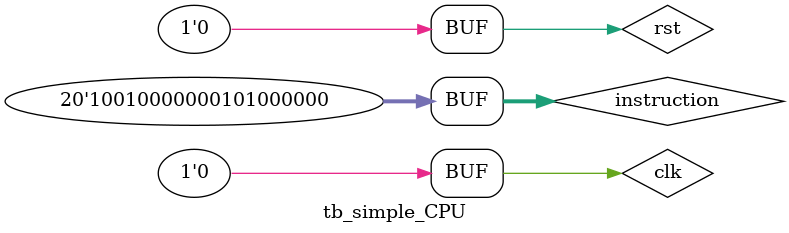
<source format=sv>
`timescale 1ns / 1ps
 
module tb_simple_CPU;
       
    parameter DATA_WIDTH = 8; //8 bit wide data
    parameter ADDR_BITS = 8; //32 Addresses
    parameter INSTR_WIDTH =20; //20b instruction
   
    reg clk, rst;
    reg [INSTR_WIDTH-1:0] instruction;

    
    simple_cpu  #(DATA_WIDTH,ADDR_BITS,INSTR_WIDTH) SCPU_DUT(clk, rst, instruction);
    
    initial begin
      	$dumpfile("dump.vcd");
      	$dumpvars();
        clk = 1'b1;
        rst = 1'b1;
        instruction = 20'd0;
        repeat(3) #1 clk=!clk;
        rst = 1'b0;
        repeat(2) #1 clk=!clk;
                
                
        /*Info on the simple CPU:
            * Reset sets regfile = [0,1,2,3]
            * ADD = opcode 0, SUB = opcode 1  
        */
            
                                        //ADD:    reg0  = reg1 + reg3   //1+3=4
        //In the instruction this is:    (instr)  (X1)    (X2)   (X3)  
        instruction = 20'b01000111000000000000;
        repeat(8) #1 clk=!clk; //4 rising edges
        
                                        //ADD:    reg1  = reg0 + reg3   //4+3=7
        //In the instruction this is:    (instr)  (X1)    (X2)   (X3)
        instruction = 20'b01010011000000000000;
        repeat(6) #1 clk=!clk; 
                
                                         //SUB:   reg3  = reg0 - reg2  //4-2=2  
       //In the instruction this is:    (instr)  (X1)    (X2)   (X3) 
        instruction = 20'b01110010000000000001;
        repeat(6) #1 clk=!clk;
        
                                         //STORE_R:   DATA_MEM(reg2 + 15) = reg1  //DATA_MEM(2+15)=7  
        //In the instruction this is:    (instr)               (X2)         (X1)
       instruction = 20'b11011000000011110000;
      repeat(6) #1 clk=!clk;
        
                                           //STORE_R:   DATA_MEM(reg3 + 22) = reg0  //DATA_MEM(2+22)= 4  
        //In the instruction this is:    (instr)                 (X2)         (X1)
        instruction = 20'b11001100000101100000;
      repeat(6) #1 clk=!clk;

                                           //LOAD_R:   DATA_MEM(reg2 + 15) = reg3  //reg3 = DATA_MEM(2+15)  -> reg3 becomes 7  
        //In the instruction this is:    (instr)                (X2)         (X1)
        instruction = 20'b10111000000011110000;
      repeat(8) #1 clk=!clk;
      
                                                                //LOAD_R - additional 
        //In the instruction this is:    (instr)                (X2)         (X1)
        instruction =20'b10010000000101000000;
    	repeat(8) #1 clk=!clk;
      

    end
    
    
endmodule

</source>
